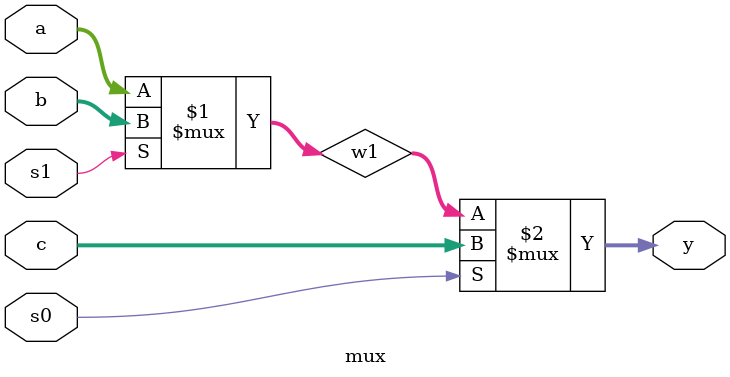
<source format=v>
`timescale 1ns / 1ps

module mux (
//input wire clk, resetn,
input wire [31:0] a,b,c,// a- previous value //b- default value // c-cmd fsm
input wire s1,s0,// s1- regclr //s0-header cmd
output wire [31:0] y);//concat cmd
wire [31:0] w1;

assign w1 = s1 ? b : a;
assign y  = s0? c : w1;

endmodule
 

</source>
